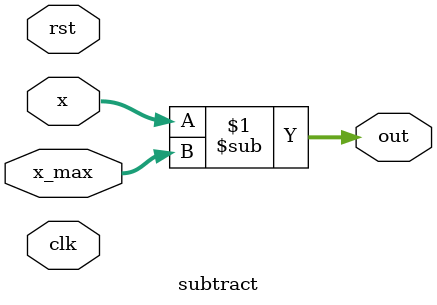
<source format=sv>
`default_nettype none
`timescale 1ns/1ns

module subtract #(
    parameter DATA_WIDTH = 32,
    parameter DEPTH = 32
) (
    input  logic clk,
    input  logic rst,
    input  logic signed [DATA_WIDTH-1:0] x,
    input  logic signed [DATA_WIDTH-1:0] x_max,
    output logic signed [DATA_WIDTH-1:0] out
);

assign out = x - x_max; 

endmodule
</source>
